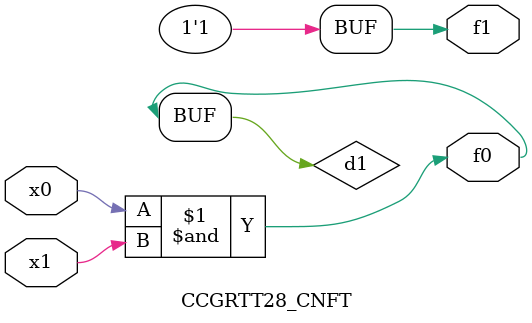
<source format=v>
module CCGRTT28_CNFT(
	input x0, x1,
	output f0, f1
);

	wire d1;

	assign f0 = d1;
	and (d1, x0, x1);
	assign f1 = 1'b1;
endmodule

</source>
